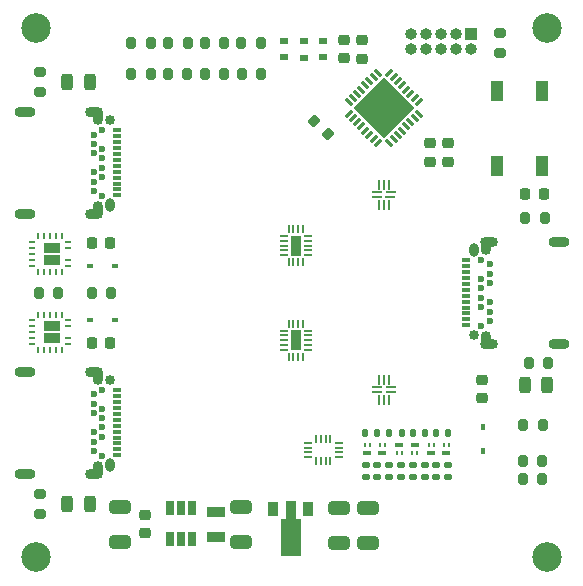
<source format=gts>
G04 #@! TF.GenerationSoftware,KiCad,Pcbnew,6.0.9-8da3e8f707~116~ubuntu20.04.1*
G04 #@! TF.CreationDate,2022-11-26T18:10:52+02:00*
G04 #@! TF.ProjectId,USB-TypeC-Switch,5553422d-5479-4706-9543-2d5377697463,rev?*
G04 #@! TF.SameCoordinates,Original*
G04 #@! TF.FileFunction,Soldermask,Top*
G04 #@! TF.FilePolarity,Negative*
%FSLAX46Y46*%
G04 Gerber Fmt 4.6, Leading zero omitted, Abs format (unit mm)*
G04 Created by KiCad (PCBNEW 6.0.9-8da3e8f707~116~ubuntu20.04.1) date 2022-11-26 18:10:52*
%MOMM*%
%LPD*%
G01*
G04 APERTURE LIST*
G04 Aperture macros list*
%AMRoundRect*
0 Rectangle with rounded corners*
0 $1 Rounding radius*
0 $2 $3 $4 $5 $6 $7 $8 $9 X,Y pos of 4 corners*
0 Add a 4 corners polygon primitive as box body*
4,1,4,$2,$3,$4,$5,$6,$7,$8,$9,$2,$3,0*
0 Add four circle primitives for the rounded corners*
1,1,$1+$1,$2,$3*
1,1,$1+$1,$4,$5*
1,1,$1+$1,$6,$7*
1,1,$1+$1,$8,$9*
0 Add four rect primitives between the rounded corners*
20,1,$1+$1,$2,$3,$4,$5,0*
20,1,$1+$1,$4,$5,$6,$7,0*
20,1,$1+$1,$6,$7,$8,$9,0*
20,1,$1+$1,$8,$9,$2,$3,0*%
%AMRotRect*
0 Rectangle, with rotation*
0 The origin of the aperture is its center*
0 $1 length*
0 $2 width*
0 $3 Rotation angle, in degrees counterclockwise*
0 Add horizontal line*
21,1,$1,$2,0,0,$3*%
%AMFreePoly0*
4,1,9,3.862500,-0.866500,0.737500,-0.866500,0.737500,-0.450000,-0.737500,-0.450000,-0.737500,0.450000,0.737500,0.450000,0.737500,0.866500,3.862500,0.866500,3.862500,-0.866500,3.862500,-0.866500,$1*%
G04 Aperture macros list end*
%ADD10O,0.850000X1.150000*%
%ADD11C,0.850000*%
%ADD12R,0.700000X0.320000*%
%ADD13C,0.600000*%
%ADD14O,0.900000X1.500000*%
%ADD15O,1.500000X0.900000*%
%ADD16O,1.800000X0.900000*%
%ADD17RoundRect,0.200000X0.200000X0.275000X-0.200000X0.275000X-0.200000X-0.275000X0.200000X-0.275000X0*%
%ADD18R,0.178600X0.604799*%
%ADD19R,0.604799X0.178600*%
%ADD20R,1.346200X0.812800*%
%ADD21RoundRect,0.200000X-0.200000X-0.275000X0.200000X-0.275000X0.200000X0.275000X-0.200000X0.275000X0*%
%ADD22RoundRect,0.225000X0.250000X-0.225000X0.250000X0.225000X-0.250000X0.225000X-0.250000X-0.225000X0*%
%ADD23R,0.200000X0.800000*%
%ADD24R,0.800000X0.200000*%
%ADD25C,2.500000*%
%ADD26RoundRect,0.218750X0.581250X-0.218750X0.581250X0.218750X-0.581250X0.218750X-0.581250X-0.218750X0*%
%ADD27R,0.650000X1.220000*%
%ADD28RoundRect,0.243750X-0.243750X-0.456250X0.243750X-0.456250X0.243750X0.456250X-0.243750X0.456250X0*%
%ADD29RoundRect,0.200000X-0.275000X0.200000X-0.275000X-0.200000X0.275000X-0.200000X0.275000X0.200000X0*%
%ADD30RoundRect,0.243750X0.243750X0.456250X-0.243750X0.456250X-0.243750X-0.456250X0.243750X-0.456250X0*%
%ADD31RoundRect,0.062500X0.194454X0.282843X-0.282843X-0.194454X-0.194454X-0.282843X0.282843X0.194454X0*%
%ADD32RoundRect,0.062500X-0.194454X0.282843X-0.282843X0.194454X0.194454X-0.282843X0.282843X-0.194454X0*%
%ADD33RotRect,3.600000X3.600000X225.000000*%
%ADD34RoundRect,0.225000X-0.250000X0.225000X-0.250000X-0.225000X0.250000X-0.225000X0.250000X0.225000X0*%
%ADD35RoundRect,0.200000X0.275000X-0.200000X0.275000X0.200000X-0.275000X0.200000X-0.275000X-0.200000X0*%
%ADD36R,1.000000X1.700000*%
%ADD37R,0.710000X0.200000*%
%ADD38R,0.200000X0.710000*%
%ADD39R,0.950000X1.750000*%
%ADD40R,1.000000X1.000000*%
%ADD41O,1.000000X1.000000*%
%ADD42RoundRect,0.200000X-0.335876X-0.053033X-0.053033X-0.335876X0.335876X0.053033X0.053033X0.335876X0*%
%ADD43R,0.914400X0.225000*%
%ADD44R,0.812800X0.225000*%
%ADD45R,0.225000X0.812800*%
%ADD46RoundRect,0.225000X0.225000X0.250000X-0.225000X0.250000X-0.225000X-0.250000X0.225000X-0.250000X0*%
%ADD47R,0.600000X0.450000*%
%ADD48R,0.450000X0.600000*%
%ADD49RoundRect,0.249999X-0.650001X0.325001X-0.650001X-0.325001X0.650001X-0.325001X0.650001X0.325001X0*%
%ADD50RoundRect,0.249999X0.650001X-0.325001X0.650001X0.325001X-0.650001X0.325001X-0.650001X-0.325001X0*%
%ADD51R,0.900000X1.300000*%
%ADD52FreePoly0,270.000000*%
%ADD53RoundRect,0.218750X0.218750X0.256250X-0.218750X0.256250X-0.218750X-0.256250X0.218750X-0.256250X0*%
%ADD54RoundRect,0.218750X0.256250X-0.218750X0.256250X0.218750X-0.256250X0.218750X-0.256250X-0.218750X0*%
%ADD55RoundRect,0.135000X0.135000X0.185000X-0.135000X0.185000X-0.135000X-0.185000X0.135000X-0.185000X0*%
%ADD56R,0.700000X0.600000*%
%ADD57RoundRect,0.135000X0.185000X-0.135000X0.185000X0.135000X-0.185000X0.135000X-0.185000X-0.135000X0*%
%ADD58R,0.250000X0.400000*%
%ADD59R,0.700000X0.400000*%
%ADD60RoundRect,0.135000X-0.135000X-0.185000X0.135000X-0.185000X0.135000X0.185000X-0.135000X0.185000X0*%
G04 APERTURE END LIST*
D10*
X39580000Y-103600000D03*
D11*
X39580000Y-96400000D03*
D12*
X40240000Y-97250000D03*
X40240000Y-97750000D03*
X40240000Y-98250000D03*
X40240000Y-98750000D03*
X40240000Y-99250000D03*
X40240000Y-99750000D03*
X40240000Y-100250000D03*
X40240000Y-100750000D03*
X40240000Y-101250000D03*
X40240000Y-101750000D03*
X40240000Y-102250000D03*
X40240000Y-102750000D03*
D13*
X38930000Y-102800000D03*
X38230000Y-102400000D03*
X38230000Y-101600000D03*
X38930000Y-101200000D03*
X38230000Y-100800000D03*
X38930000Y-100400000D03*
X38930000Y-99600000D03*
X38230000Y-99200000D03*
X38930000Y-98800000D03*
X38230000Y-98400000D03*
X38230000Y-97600000D03*
X38930000Y-97200000D03*
D14*
X38580000Y-103980000D03*
D15*
X38280000Y-104330000D03*
D16*
X32380000Y-95670000D03*
D14*
X38580000Y-96020000D03*
D16*
X32380000Y-104330000D03*
D15*
X38280000Y-95670000D03*
D17*
X74605000Y-122230000D03*
X76255000Y-122230000D03*
X52405000Y-92490000D03*
X50755000Y-92490000D03*
X49270000Y-92490000D03*
X47620000Y-92490000D03*
D18*
X35530001Y-106223800D03*
X35029999Y-106223800D03*
X34530000Y-106223800D03*
X34030001Y-106223800D03*
X33529999Y-106223800D03*
D19*
X33033800Y-106719999D03*
X33033800Y-107220001D03*
X33033800Y-107720000D03*
X33033800Y-108219999D03*
X33033800Y-108720001D03*
D18*
X33529999Y-109216200D03*
X34030001Y-109216200D03*
X34530000Y-109216200D03*
X35029999Y-109216200D03*
X35530001Y-109216200D03*
D19*
X36026200Y-108720001D03*
X36026200Y-108219999D03*
X36026200Y-107220001D03*
X36026200Y-106719999D03*
D20*
X34700000Y-107200000D03*
X34700000Y-108240000D03*
D10*
X70420000Y-107400000D03*
D11*
X70420000Y-114600000D03*
D12*
X69760000Y-113750000D03*
X69760000Y-113250000D03*
X69760000Y-112750000D03*
X69760000Y-112250000D03*
X69760000Y-111750000D03*
X69760000Y-111250000D03*
X69760000Y-110750000D03*
X69760000Y-110250000D03*
X69760000Y-109750000D03*
X69760000Y-109250000D03*
X69760000Y-108750000D03*
X69760000Y-108250000D03*
D13*
X71070000Y-108200000D03*
X71770000Y-108600000D03*
X71770000Y-109400000D03*
X71070000Y-109800000D03*
X71770000Y-110200000D03*
X71070000Y-110600000D03*
X71070000Y-111400000D03*
X71770000Y-111800000D03*
X71070000Y-112200000D03*
X71770000Y-112600000D03*
X71770000Y-113400000D03*
X71070000Y-113800000D03*
D15*
X71720000Y-115330000D03*
D16*
X77620000Y-106670000D03*
D14*
X71420000Y-107020000D03*
D16*
X77620000Y-115330000D03*
D14*
X71420000Y-114980000D03*
D15*
X71720000Y-106670000D03*
D18*
X35530001Y-112843800D03*
X35029999Y-112843800D03*
X34530000Y-112843800D03*
X34030001Y-112843800D03*
X33529999Y-112843800D03*
D19*
X33033800Y-113339999D03*
X33033800Y-113840001D03*
X33033800Y-114340000D03*
X33033800Y-114839999D03*
X33033800Y-115340001D03*
D18*
X33529999Y-115836200D03*
X34030001Y-115836200D03*
X34530000Y-115836200D03*
X35029999Y-115836200D03*
X35530001Y-115836200D03*
D19*
X36026200Y-115340001D03*
X36026200Y-114839999D03*
X36026200Y-113840001D03*
X36026200Y-113339999D03*
D20*
X34700000Y-113820000D03*
X34700000Y-114860000D03*
D11*
X39580000Y-118400000D03*
D10*
X39580000Y-125600000D03*
D12*
X40240000Y-119250000D03*
X40240000Y-119750000D03*
X40240000Y-120250000D03*
X40240000Y-120750000D03*
X40240000Y-121250000D03*
X40240000Y-121750000D03*
X40240000Y-122250000D03*
X40240000Y-122750000D03*
X40240000Y-123250000D03*
X40240000Y-123750000D03*
X40240000Y-124250000D03*
X40240000Y-124750000D03*
D13*
X38930000Y-124800000D03*
X38230000Y-124400000D03*
X38230000Y-123600000D03*
X38930000Y-123200000D03*
X38230000Y-122800000D03*
X38930000Y-122400000D03*
X38930000Y-121600000D03*
X38230000Y-121200000D03*
X38930000Y-120800000D03*
X38230000Y-120400000D03*
X38230000Y-119600000D03*
X38930000Y-119200000D03*
D16*
X32380000Y-126330000D03*
D15*
X38280000Y-126330000D03*
X38280000Y-117670000D03*
D14*
X38580000Y-125980000D03*
X38580000Y-118020000D03*
D16*
X32380000Y-117670000D03*
D21*
X74550000Y-125220000D03*
X76200000Y-125220000D03*
D17*
X74560000Y-126800000D03*
X76210000Y-126800000D03*
D22*
X59390000Y-91155000D03*
X59390000Y-89605000D03*
D23*
X58274000Y-123400000D03*
X57874000Y-123400000D03*
X57474000Y-123400000D03*
X57074000Y-123400000D03*
D24*
X56374000Y-123700000D03*
X56374000Y-124100000D03*
X56374000Y-124500000D03*
X56374000Y-124900000D03*
D23*
X57074000Y-125200000D03*
X57474000Y-125200000D03*
X57874000Y-125200000D03*
X58274000Y-125200000D03*
D24*
X58974000Y-124900000D03*
X58974000Y-124500000D03*
X58974000Y-124100000D03*
X58974000Y-123700000D03*
D17*
X39705000Y-111030000D03*
X38055000Y-111030000D03*
D21*
X33565000Y-111030000D03*
X35215000Y-111030000D03*
D17*
X46175000Y-92510000D03*
X44525000Y-92510000D03*
X43085000Y-92500000D03*
X41435000Y-92500000D03*
X43085000Y-89890000D03*
X41435000Y-89890000D03*
X46185000Y-89890000D03*
X44535000Y-89890000D03*
D25*
X33360000Y-88610000D03*
X33360000Y-133390000D03*
X76640000Y-133390000D03*
X76640000Y-88610000D03*
D26*
X48610000Y-131662500D03*
X48610000Y-129537500D03*
D27*
X46560000Y-129230000D03*
X45610000Y-129230000D03*
X44660000Y-129230000D03*
X44660000Y-131850000D03*
X45610000Y-131850000D03*
X46560000Y-131850000D03*
D22*
X42620000Y-131375000D03*
X42620000Y-129825000D03*
D28*
X74782500Y-118840000D03*
X76657500Y-118840000D03*
D29*
X33730000Y-128035000D03*
X33730000Y-129685000D03*
D30*
X37887500Y-93130000D03*
X36012500Y-93130000D03*
D29*
X33730000Y-92315000D03*
X33730000Y-93965000D03*
D31*
X65754873Y-94855025D03*
X65401320Y-94501472D03*
X65047767Y-94147918D03*
X64694213Y-93794365D03*
X64340660Y-93440812D03*
X63987107Y-93087258D03*
X63633553Y-92733705D03*
X63280000Y-92380152D03*
D32*
X62290050Y-92380152D03*
X61936497Y-92733705D03*
X61582943Y-93087258D03*
X61229390Y-93440812D03*
X60875837Y-93794365D03*
X60522283Y-94147918D03*
X60168730Y-94501472D03*
X59815177Y-94855025D03*
D31*
X59815177Y-95844975D03*
X60168730Y-96198528D03*
X60522283Y-96552082D03*
X60875837Y-96905635D03*
X61229390Y-97259188D03*
X61582943Y-97612742D03*
X61936497Y-97966295D03*
X62290050Y-98319848D03*
D32*
X63280000Y-98319848D03*
X63633553Y-97966295D03*
X63987107Y-97612742D03*
X64340660Y-97259188D03*
X64694213Y-96905635D03*
X65047767Y-96552082D03*
X65401320Y-96198528D03*
X65754873Y-95844975D03*
D33*
X62785025Y-95350000D03*
D21*
X75085000Y-116960000D03*
X76735000Y-116960000D03*
X74755000Y-104650000D03*
X76405000Y-104650000D03*
D22*
X60990000Y-91175000D03*
X60990000Y-89625000D03*
D34*
X66700000Y-98355000D03*
X66700000Y-99905000D03*
X68230000Y-98355000D03*
X68230000Y-99905000D03*
D35*
X72650000Y-89005000D03*
X72650000Y-90655000D03*
D36*
X76170000Y-93950000D03*
X76170000Y-100250000D03*
X72370000Y-93950000D03*
X72370000Y-100250000D03*
D37*
X56345000Y-107800000D03*
X56345000Y-107400000D03*
X56345000Y-107000000D03*
X56345000Y-106600000D03*
X56345000Y-106200000D03*
D38*
X55950000Y-105605000D03*
X55550000Y-105605000D03*
X55150000Y-105605000D03*
X54750000Y-105605000D03*
D37*
X54355000Y-106200000D03*
X54355000Y-106600000D03*
X54355000Y-107000000D03*
X54355000Y-107400000D03*
X54355000Y-107800000D03*
D38*
X54750000Y-108395000D03*
X55150000Y-108395000D03*
X55550000Y-108395000D03*
X55950000Y-108395000D03*
D39*
X55350000Y-107000000D03*
D40*
X70200000Y-89100000D03*
D41*
X70200000Y-90370000D03*
X68930000Y-89100000D03*
X68930000Y-90370000D03*
X67660000Y-89100000D03*
X67660000Y-90370000D03*
X66390000Y-89100000D03*
X66390000Y-90370000D03*
X65120000Y-89100000D03*
X65120000Y-90370000D03*
D17*
X52385000Y-89860000D03*
X50735000Y-89860000D03*
X49275000Y-89860000D03*
X47625000Y-89860000D03*
D42*
X58043363Y-97593363D03*
X56876637Y-96426637D03*
D43*
X63346100Y-102900000D03*
D44*
X63396900Y-102500000D03*
D45*
X63199999Y-101839900D03*
X62800000Y-101839900D03*
X62400001Y-101839900D03*
D44*
X62203100Y-102500000D03*
X62203100Y-102900000D03*
D45*
X62400001Y-103560100D03*
X62800000Y-103560100D03*
X63199999Y-103560100D03*
D43*
X62253900Y-119000000D03*
D44*
X62203100Y-119400000D03*
D45*
X62400001Y-120060100D03*
X62800000Y-120060100D03*
X63199999Y-120060100D03*
D44*
X63396900Y-119400000D03*
X63396900Y-119000000D03*
D45*
X63199999Y-118339900D03*
X62800000Y-118339900D03*
X62400001Y-118339900D03*
D46*
X76345000Y-102670000D03*
X74795000Y-102670000D03*
D47*
X40050000Y-108730000D03*
X37950000Y-108730000D03*
X40050000Y-113310000D03*
X37950000Y-113310000D03*
D48*
X71190000Y-122330000D03*
X71190000Y-124430000D03*
D37*
X56345000Y-115800000D03*
X56345000Y-115400000D03*
X56345000Y-115000000D03*
X56345000Y-114600000D03*
X56345000Y-114200000D03*
D38*
X55950000Y-113605000D03*
X55550000Y-113605000D03*
X55150000Y-113605000D03*
X54750000Y-113605000D03*
D37*
X54355000Y-114200000D03*
X54355000Y-114600000D03*
X54355000Y-115000000D03*
X54355000Y-115400000D03*
X54355000Y-115800000D03*
D38*
X54750000Y-116395000D03*
X55150000Y-116395000D03*
X55550000Y-116395000D03*
X55950000Y-116395000D03*
D39*
X55350000Y-115000000D03*
D49*
X50720000Y-129175000D03*
X50720000Y-132125000D03*
X40430000Y-129145000D03*
X40430000Y-132095000D03*
D30*
X37887500Y-128870000D03*
X36012500Y-128870000D03*
D50*
X59020000Y-132195000D03*
X59020000Y-129245000D03*
D51*
X56420000Y-129290000D03*
D52*
X54920000Y-129377500D03*
D51*
X53420000Y-129290000D03*
D50*
X61420000Y-132185000D03*
X61420000Y-129235000D03*
D53*
X39647500Y-106780000D03*
X38072500Y-106780000D03*
X39647500Y-115260000D03*
X38072500Y-115260000D03*
D54*
X71120000Y-119947500D03*
X71120000Y-118372500D03*
D55*
X66250000Y-122910000D03*
X65230000Y-122910000D03*
D56*
X56010000Y-91080000D03*
X56010000Y-89680000D03*
D57*
X68250000Y-125540000D03*
X68250000Y-126560000D03*
X64250000Y-126560000D03*
X64250000Y-125540000D03*
X61250000Y-126560000D03*
X61250000Y-125540000D03*
D58*
X67050000Y-123900000D03*
X66600000Y-123900000D03*
D59*
X66825000Y-124600000D03*
X68100000Y-124600000D03*
D58*
X67875000Y-123900000D03*
X68325000Y-123900000D03*
D57*
X66250000Y-126560000D03*
X66250000Y-125540000D03*
D58*
X62900000Y-123900000D03*
X62450000Y-123900000D03*
D59*
X62675000Y-124600000D03*
D58*
X61625000Y-123900000D03*
X61175000Y-123900000D03*
D59*
X61400000Y-124600000D03*
D57*
X63250000Y-126560000D03*
X63250000Y-125540000D03*
X62250000Y-126560000D03*
X62250000Y-125540000D03*
D56*
X54370000Y-89670000D03*
X54370000Y-91070000D03*
D58*
X63900000Y-124600000D03*
X64350000Y-124600000D03*
D59*
X64125000Y-123900000D03*
D57*
X67250000Y-126560000D03*
X67250000Y-125540000D03*
D60*
X63280000Y-122910000D03*
X64300000Y-122910000D03*
D56*
X57610000Y-89670000D03*
X57610000Y-91070000D03*
D60*
X68250000Y-122910000D03*
X67230000Y-122910000D03*
D58*
X65175000Y-124600000D03*
X65625000Y-124600000D03*
D59*
X65400000Y-123900000D03*
D55*
X62260000Y-122910000D03*
X61240000Y-122910000D03*
D57*
X65250000Y-126560000D03*
X65250000Y-125540000D03*
M02*

</source>
